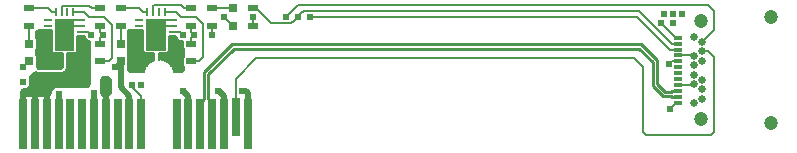
<source format=gtl>
G04 #@! TF.FileFunction,Copper,L1,Top,Signal*
%FSLAX46Y46*%
G04 Gerber Fmt 4.6, Leading zero omitted, Abs format (unit mm)*
G04 Created by KiCad (PCBNEW 4.0.7) date Thursday, January 18, 2018 'PMt' 01:39:02 PM*
%MOMM*%
%LPD*%
G01*
G04 APERTURE LIST*
%ADD10C,0.100000*%
%ADD11R,0.700000X0.250000*%
%ADD12R,0.250000X0.700000*%
%ADD13R,0.825000X1.325000*%
%ADD14R,0.797560X0.797560*%
%ADD15R,0.900000X0.500000*%
%ADD16C,1.204800*%
%ADD17R,0.700000X0.300000*%
%ADD18C,0.672800*%
%ADD19R,0.700000X4.300000*%
%ADD20R,0.700000X3.200000*%
%ADD21C,0.609600*%
%ADD22C,0.203200*%
%ADD23C,0.500000*%
%ADD24C,0.236000*%
%ADD25C,0.235000*%
G04 APERTURE END LIST*
D10*
D11*
X10600000Y12250000D03*
X10600000Y11750000D03*
X10600000Y11250000D03*
X10600000Y10750000D03*
X10600000Y10250000D03*
X10600000Y9750000D03*
D12*
X11250000Y9100000D03*
X11750000Y9100000D03*
X12250000Y9100000D03*
X12750000Y9100000D03*
D11*
X13400000Y9750000D03*
X13400000Y10250000D03*
X13400000Y10750000D03*
X13400000Y11250000D03*
X13400000Y11750000D03*
X13400000Y12250000D03*
D12*
X12750000Y12900000D03*
X12250000Y12900000D03*
X11750000Y12900000D03*
X11250000Y12900000D03*
D13*
X12412500Y10337500D03*
X12412500Y11662500D03*
X11587500Y10337500D03*
X11587500Y11662500D03*
D14*
X9000000Y8750700D03*
X9000000Y10249300D03*
X1250000Y8750700D03*
X1250000Y10249300D03*
X18500000Y11750700D03*
X18500000Y13249300D03*
D15*
X15000000Y8750000D03*
X15000000Y10250000D03*
X7250000Y8750000D03*
X7250000Y10250000D03*
X9000000Y11750000D03*
X9000000Y13250000D03*
X15000000Y13250000D03*
X15000000Y11750000D03*
X1250000Y11750000D03*
X1250000Y13250000D03*
X7250000Y13250000D03*
X7250000Y11750000D03*
X20250000Y13250000D03*
X20250000Y11750000D03*
X16750000Y13250000D03*
X16750000Y11750000D03*
D11*
X2850000Y12250000D03*
X2850000Y11750000D03*
X2850000Y11250000D03*
X2850000Y10750000D03*
X2850000Y10250000D03*
X2850000Y9750000D03*
D12*
X3500000Y9100000D03*
X4000000Y9100000D03*
X4500000Y9100000D03*
X5000000Y9100000D03*
D11*
X5650000Y9750000D03*
X5650000Y10250000D03*
X5650000Y10750000D03*
X5650000Y11250000D03*
X5650000Y11750000D03*
X5650000Y12250000D03*
D12*
X5000000Y12900000D03*
X4500000Y12900000D03*
X4000000Y12900000D03*
X3500000Y12900000D03*
D13*
X4662500Y10337500D03*
X4662500Y11662500D03*
X3837500Y10337500D03*
X3837500Y11662500D03*
D16*
X58140000Y3870000D03*
D17*
X56230000Y5250000D03*
X56230000Y5750000D03*
X56230000Y6250000D03*
X56230000Y6750000D03*
X56230000Y7250000D03*
X56230000Y7750000D03*
X56230000Y8250000D03*
X56230000Y10750000D03*
X56230000Y9750000D03*
X56230000Y9250000D03*
X56230000Y8750000D03*
X56230000Y10250000D03*
D16*
X58140000Y12130000D03*
X64090000Y12490000D03*
X64090000Y3510000D03*
D18*
X57550000Y10800000D03*
X58250000Y10400000D03*
X58250000Y9600000D03*
X58250000Y8800000D03*
X57550000Y9200000D03*
X57550000Y8400000D03*
X57550000Y7600000D03*
X57550000Y6800000D03*
X58250000Y7200000D03*
X58250000Y6400000D03*
X58250000Y5600000D03*
X57550000Y5200000D03*
D19*
X750000Y3450000D03*
X1750000Y3450000D03*
X2750000Y3450000D03*
X3750000Y3450000D03*
X4750000Y3450000D03*
X5750000Y3450000D03*
X6750000Y3450000D03*
X7750000Y3450000D03*
X8750000Y3450000D03*
X9750000Y3450000D03*
X10750000Y3450000D03*
X13750000Y3450000D03*
X14750000Y3450000D03*
X15750000Y3450000D03*
X16750000Y3450000D03*
X17750000Y3450000D03*
D20*
X18750000Y4000000D03*
D19*
X19750000Y3450000D03*
D21*
X54750000Y12000000D03*
X55500000Y4750000D03*
X19283410Y6250000D03*
X12500000Y10000000D03*
X11500000Y10000000D03*
X17250000Y6250000D03*
X14250000Y6250000D03*
X12500000Y12000000D03*
X11500000Y12000000D03*
X4750000Y12000000D03*
X3750000Y12000000D03*
X3750000Y10000000D03*
X4750000Y10000000D03*
X6750000Y6031802D03*
X3750000Y6000000D03*
X7500000Y11000000D03*
X16750000Y11000000D03*
X15250000Y11000000D03*
X17750000Y12500000D03*
X8500000Y8283410D03*
X750000Y8250000D03*
X750000Y7000000D03*
X25000000Y12500000D03*
X2750000Y7000000D03*
X1750000Y7000000D03*
X2750000Y6000000D03*
X1750000Y6000000D03*
X14000000Y10250000D03*
X14000000Y9500000D03*
X14000000Y8500000D03*
X13500000Y9000000D03*
X7750000Y7000000D03*
X7750000Y6031802D03*
X10750000Y6750000D03*
X23000000Y12500000D03*
X10000000Y6750000D03*
X20250000Y12500000D03*
X55750000Y12000000D03*
X55000000Y12750000D03*
X55750000Y12750000D03*
X56500000Y12750000D03*
X10000000Y8750000D03*
X10000000Y11000000D03*
X10000000Y10250000D03*
X10000000Y9500000D03*
X55462415Y8509890D03*
X2250000Y10250000D03*
X2250000Y9500000D03*
X2250000Y8500000D03*
X2750000Y9000000D03*
X24000000Y12500000D03*
X6500000Y11000000D03*
X14250000Y11000000D03*
D22*
X55500000Y11250000D02*
X54750000Y12000000D01*
X56230000Y5250000D02*
X56000000Y5250000D01*
X56000000Y5250000D02*
X55500000Y4750000D01*
X56230000Y10750000D02*
X56000000Y10750000D01*
X56000000Y10750000D02*
X55500000Y11250000D01*
D23*
X19600000Y6250000D02*
X19283410Y6250000D01*
X19750000Y6100000D02*
X19600000Y6250000D01*
X19750000Y3450000D02*
X19750000Y6100000D01*
D22*
X13400000Y12250000D02*
X12750000Y12250000D01*
X12750000Y12250000D02*
X12500000Y12000000D01*
X13400000Y11750000D02*
X12750000Y11750000D01*
X12750000Y11750000D02*
X12500000Y12000000D01*
X12412500Y10337500D02*
X12412500Y10087500D01*
X12412500Y10087500D02*
X12500000Y10000000D01*
X11587500Y10337500D02*
X11587500Y10087500D01*
X11587500Y10087500D02*
X11500000Y10000000D01*
D23*
X17750000Y3450000D02*
X17750000Y5803200D01*
X17750000Y5803200D02*
X17303200Y6250000D01*
X17303200Y6250000D02*
X17250000Y6250000D01*
X14750000Y3450000D02*
X14750000Y5803200D01*
X14750000Y5803200D02*
X14303200Y6250000D01*
X14303200Y6250000D02*
X14250000Y6250000D01*
D22*
X12412500Y11662500D02*
X12412500Y11912500D01*
X12412500Y11912500D02*
X12500000Y12000000D01*
X11587500Y11662500D02*
X11587500Y11912500D01*
X11587500Y11912500D02*
X11500000Y12000000D01*
X5650000Y12250000D02*
X5000000Y12250000D01*
X5000000Y12250000D02*
X4750000Y12000000D01*
X5650000Y11750000D02*
X4750000Y11750000D01*
X4750000Y11750000D02*
X4662500Y11662500D01*
X4750000Y12000000D02*
X4750000Y11750000D01*
X4750000Y10000000D02*
X4750000Y10250000D01*
X4750000Y10250000D02*
X4662500Y10337500D01*
X3750000Y10000000D02*
X3750000Y10250000D01*
X3750000Y10250000D02*
X3837500Y10337500D01*
X3750000Y12000000D02*
X3750000Y11750000D01*
X3750000Y11750000D02*
X3837500Y11662500D01*
D23*
X6750000Y3450000D02*
X6750000Y6031802D01*
X3750000Y3450000D02*
X3750000Y6000000D01*
D22*
X7250000Y10250000D02*
X7250000Y10750000D01*
X7250000Y10750000D02*
X7500000Y11000000D01*
X7250000Y11750000D02*
X7250000Y11250000D01*
X7250000Y11250000D02*
X7500000Y11000000D01*
X16750000Y11750000D02*
X16750000Y11000000D01*
X15000000Y10250000D02*
X15000000Y10750000D01*
X15000000Y10750000D02*
X15250000Y11000000D01*
X15000000Y11750000D02*
X15000000Y11250000D01*
X15000000Y11250000D02*
X15250000Y11000000D01*
X18500000Y11750700D02*
X18499300Y11750700D01*
X18499300Y11750700D02*
X17750000Y12500000D01*
D23*
X9000000Y6553200D02*
X9000000Y8750700D01*
D22*
X8804799Y8588209D02*
X8500000Y8283410D01*
X8967290Y8750700D02*
X8804799Y8588209D01*
X9000000Y8750700D02*
X8967290Y8750700D01*
X1250000Y8750700D02*
X1250000Y8750000D01*
X1250000Y8750000D02*
X750000Y8250000D01*
X9000000Y8750700D02*
X8750700Y8750700D01*
D23*
X9750000Y3450000D02*
X9750000Y5803200D01*
X9750000Y5803200D02*
X9000000Y6553200D01*
D22*
X9000000Y10249300D02*
X9000000Y11750000D01*
X1250000Y11750000D02*
X1250000Y10249300D01*
X16750000Y13250000D02*
X18499300Y13250000D01*
X18499300Y13250000D02*
X18500000Y13249300D01*
X28000000Y12500000D02*
X25000000Y12500000D01*
X47500000Y12500000D02*
X28000000Y12500000D01*
X52750000Y12500000D02*
X47500000Y12500000D01*
X55500000Y9750000D02*
X52750000Y12500000D01*
X56230000Y9750000D02*
X55500000Y9750000D01*
X5000000Y9100000D02*
X4500000Y9100000D01*
X2750000Y3450000D02*
X2750000Y6000000D01*
X1750000Y3450000D02*
X1750000Y6000000D01*
X750000Y5803200D02*
X946800Y6000000D01*
X946800Y6000000D02*
X1750000Y6000000D01*
X750000Y3450000D02*
X750000Y5803200D01*
X12250000Y9100000D02*
X12750000Y9100000D01*
X14000000Y9500000D02*
X14000000Y10250000D01*
X13500000Y9000000D02*
X14000000Y9500000D01*
X13500000Y9000000D02*
X14000000Y8500000D01*
X13400000Y9750000D02*
X13400000Y9100000D01*
X13400000Y9100000D02*
X13500000Y9000000D01*
X7750000Y6031802D02*
X7750000Y7000000D01*
D23*
X7750000Y3450000D02*
X7750000Y5803200D01*
X7750000Y5803200D02*
X7750000Y6031802D01*
D22*
X58250000Y10400000D02*
X59250000Y11400000D01*
X58750000Y13500000D02*
X24000000Y13500000D01*
X24000000Y13500000D02*
X23000000Y12500000D01*
X59250000Y11400000D02*
X59250000Y13000000D01*
X59250000Y13000000D02*
X58750000Y13500000D01*
X10053200Y6500000D02*
X10053200Y6696800D01*
X10053200Y6696800D02*
X10000000Y6750000D01*
X10750000Y3450000D02*
X10750000Y5803200D01*
X10750000Y5803200D02*
X10053200Y6500000D01*
X20250000Y11750000D02*
X20250000Y12500000D01*
D24*
X55636500Y6181500D02*
X55705000Y6250000D01*
X55075178Y6181500D02*
X55636500Y6181500D01*
X18424822Y10181500D02*
X53075178Y10181500D01*
X15750000Y3450000D02*
X15750000Y5250000D01*
X54431500Y8825178D02*
X54431500Y6825178D01*
X15750000Y5250000D02*
X16068500Y5568500D01*
X16068500Y5568500D02*
X16068500Y7825178D01*
X16068500Y7825178D02*
X18424822Y10181500D01*
X53075178Y10181500D02*
X54431500Y8825178D01*
X54431500Y6825178D02*
X55075178Y6181500D01*
X55705000Y6250000D02*
X56230000Y6250000D01*
D25*
X18575178Y9818500D02*
X19625178Y9818500D01*
D24*
X16750000Y3450000D02*
X16750000Y5250000D01*
X16750000Y5250000D02*
X16431500Y5568500D01*
X16431500Y5568500D02*
X16431500Y7674822D01*
X54068500Y8674822D02*
X54068500Y6674822D01*
X16431500Y7674822D02*
X18575178Y9818500D01*
X54924822Y5818500D02*
X55636500Y5818500D01*
X54068500Y6674822D02*
X54924822Y5818500D01*
X52924822Y9818500D02*
X54068500Y8674822D01*
X55705000Y5750000D02*
X56230000Y5750000D01*
X19625178Y9818500D02*
X52924822Y9818500D01*
X55636500Y5818500D02*
X55705000Y5750000D01*
D22*
X18750000Y4000000D02*
X18750000Y7250000D01*
X18750000Y7250000D02*
X20500000Y9000000D01*
X20500000Y9000000D02*
X52500000Y9000000D01*
X53500000Y2500000D02*
X59000000Y2500000D01*
X59000000Y2500000D02*
X59250000Y2750000D01*
X59250000Y2750000D02*
X59250000Y9094974D01*
X58744974Y9600000D02*
X58250000Y9600000D01*
X52500000Y9000000D02*
X53250000Y8250000D01*
X53250000Y8250000D02*
X53250000Y2750000D01*
X53250000Y2750000D02*
X53500000Y2500000D01*
X59250000Y9094974D02*
X58744974Y9600000D01*
X56230000Y9250000D02*
X57500000Y9250000D01*
X57500000Y9250000D02*
X57550000Y9200000D01*
X56230000Y6750000D02*
X57500000Y6750000D01*
X57500000Y6750000D02*
X57550000Y6800000D01*
X10600000Y9750000D02*
X10250000Y9750000D01*
X10250000Y9750000D02*
X10000000Y9500000D01*
X10000000Y9500000D02*
X10000000Y8750000D01*
X10000000Y10250000D02*
X10000000Y11000000D01*
X10000000Y9500000D02*
X10000000Y10250000D01*
X55702525Y8750000D02*
X55462415Y8509890D01*
X2250000Y9500000D02*
X2250000Y10250000D01*
X2750000Y9000000D02*
X2250000Y9500000D01*
X2750000Y9000000D02*
X2250000Y8500000D01*
X2850000Y9750000D02*
X2850000Y9100000D01*
X2850000Y9100000D02*
X2750000Y9000000D01*
X56230000Y8750000D02*
X55702525Y8750000D01*
X23695201Y12195201D02*
X24000000Y12500000D01*
X23466598Y11966598D02*
X23695201Y12195201D01*
X21733402Y11966598D02*
X23466598Y11966598D01*
X20250000Y13250000D02*
X20450000Y13250000D01*
X20450000Y13250000D02*
X21733402Y11966598D01*
X25256034Y13033402D02*
X24533402Y13033402D01*
X52926800Y13000000D02*
X25289436Y13000000D01*
X55676800Y10250000D02*
X52926800Y13000000D01*
X24304799Y12804799D02*
X24000000Y12500000D01*
X56230000Y10250000D02*
X55676800Y10250000D01*
X24533402Y13033402D02*
X24304799Y12804799D01*
X25289436Y13000000D02*
X25256034Y13033402D01*
X5650000Y11250000D02*
X6250000Y11250000D01*
X6250000Y11250000D02*
X6500000Y11000000D01*
X13400000Y11250000D02*
X14000000Y11250000D01*
X14000000Y11250000D02*
X14250000Y11000000D01*
X15407202Y12500000D02*
X14089890Y12500000D01*
X14089890Y12500000D02*
X13689890Y12900000D01*
X16000000Y9096800D02*
X16000000Y11907202D01*
X16000000Y11907202D02*
X15407202Y12500000D01*
X15000000Y8750000D02*
X15653200Y8750000D01*
X15653200Y8750000D02*
X16000000Y9096800D01*
X14800000Y8750000D02*
X15000000Y8750000D01*
X12750000Y12900000D02*
X13689890Y12900000D01*
X5000000Y12900000D02*
X5886482Y12900000D01*
X5886482Y12900000D02*
X6286482Y12500000D01*
X8250000Y9000000D02*
X8000000Y8750000D01*
X6286482Y12500000D02*
X7611482Y12500000D01*
X7611482Y12500000D02*
X8250000Y11861482D01*
X8250000Y11861482D02*
X8250000Y9000000D01*
X8000000Y8750000D02*
X7250000Y8750000D01*
X10571800Y13250000D02*
X9000000Y13250000D01*
X11250000Y12900000D02*
X10921800Y12900000D01*
X10921800Y12900000D02*
X10571800Y13250000D01*
X15000000Y13250000D02*
X14346800Y13250000D01*
X14346800Y13250000D02*
X14092799Y13504001D01*
X14092799Y13504001D02*
X11800801Y13504001D01*
X11800801Y13504001D02*
X11750000Y13453200D01*
X11750000Y13453200D02*
X11750000Y12900000D01*
X2821800Y13250000D02*
X1250000Y13250000D01*
X3500000Y12900000D02*
X3171800Y12900000D01*
X3171800Y12900000D02*
X2821800Y13250000D01*
X7250000Y13250000D02*
X6596800Y13250000D01*
X6596800Y13250000D02*
X6368199Y13478601D01*
X6368199Y13478601D02*
X4025401Y13478601D01*
X4025401Y13478601D02*
X4000000Y13453200D01*
X4000000Y13453200D02*
X4000000Y12900000D01*
G36*
X5960248Y10845229D02*
X6000589Y10743338D01*
X6059953Y10651223D01*
X6136078Y10572393D01*
X6226065Y10509851D01*
X6326486Y10465978D01*
X6398400Y10450167D01*
X6398400Y6792084D01*
X6207916Y6601600D01*
X3500000Y6601600D01*
X3471695Y6597578D01*
X3445631Y6585829D01*
X3428158Y6571842D01*
X3178158Y6321842D01*
X3160988Y6298983D01*
X3150865Y6272245D01*
X3148400Y6250000D01*
X3148400Y6042084D01*
X2928158Y5821842D01*
X2910988Y5798983D01*
X2900865Y5772245D01*
X2898400Y5750000D01*
X2898400Y5351600D01*
X2601600Y5351600D01*
X2601600Y5750000D01*
X2597578Y5778305D01*
X2585829Y5804369D01*
X2567284Y5826128D01*
X2543411Y5841859D01*
X2516102Y5850316D01*
X2500000Y5851600D01*
X2000000Y5851600D01*
X1971695Y5847578D01*
X1945631Y5835829D01*
X1923872Y5817284D01*
X1908141Y5793411D01*
X1899684Y5766102D01*
X1898400Y5750000D01*
X1898400Y5351600D01*
X1601600Y5351600D01*
X1601600Y5750000D01*
X1597578Y5778305D01*
X1585829Y5804369D01*
X1567284Y5826128D01*
X1543411Y5841859D01*
X1516102Y5850316D01*
X1500000Y5851600D01*
X1000000Y5851600D01*
X971695Y5847578D01*
X945631Y5835829D01*
X923872Y5817284D01*
X908141Y5793411D01*
X899684Y5766102D01*
X898400Y5750000D01*
X898400Y5351600D01*
X601600Y5351600D01*
X601600Y6207916D01*
X792084Y6398400D01*
X1000000Y6398400D01*
X1028305Y6402422D01*
X1054369Y6414171D01*
X1071842Y6428158D01*
X1321842Y6678158D01*
X1339012Y6701017D01*
X1349135Y6727755D01*
X1351600Y6750000D01*
X1351600Y7457916D01*
X1767237Y7873553D01*
X1820395Y7820395D01*
X1901180Y7766012D01*
X2000000Y7746000D01*
X4000000Y7746000D01*
X4095578Y7764669D01*
X4179605Y7820395D01*
X4258870Y7899660D01*
X4278305Y7902422D01*
X4304369Y7914171D01*
X4326128Y7932716D01*
X4341859Y7956589D01*
X4350316Y7983898D01*
X4350941Y7991731D01*
X4429605Y8070395D01*
X4483988Y8151180D01*
X4504000Y8250000D01*
X4504000Y9419772D01*
X5075000Y9419772D01*
X5115448Y9422998D01*
X5184053Y9444243D01*
X5244023Y9483761D01*
X5290609Y9538421D01*
X5320123Y9603895D01*
X5330228Y9675000D01*
X5330228Y10869772D01*
X5955743Y10869772D01*
X5960248Y10845229D01*
X5960248Y10845229D01*
G37*
X5960248Y10845229D02*
X6000589Y10743338D01*
X6059953Y10651223D01*
X6136078Y10572393D01*
X6226065Y10509851D01*
X6326486Y10465978D01*
X6398400Y10450167D01*
X6398400Y6792084D01*
X6207916Y6601600D01*
X3500000Y6601600D01*
X3471695Y6597578D01*
X3445631Y6585829D01*
X3428158Y6571842D01*
X3178158Y6321842D01*
X3160988Y6298983D01*
X3150865Y6272245D01*
X3148400Y6250000D01*
X3148400Y6042084D01*
X2928158Y5821842D01*
X2910988Y5798983D01*
X2900865Y5772245D01*
X2898400Y5750000D01*
X2898400Y5351600D01*
X2601600Y5351600D01*
X2601600Y5750000D01*
X2597578Y5778305D01*
X2585829Y5804369D01*
X2567284Y5826128D01*
X2543411Y5841859D01*
X2516102Y5850316D01*
X2500000Y5851600D01*
X2000000Y5851600D01*
X1971695Y5847578D01*
X1945631Y5835829D01*
X1923872Y5817284D01*
X1908141Y5793411D01*
X1899684Y5766102D01*
X1898400Y5750000D01*
X1898400Y5351600D01*
X1601600Y5351600D01*
X1601600Y5750000D01*
X1597578Y5778305D01*
X1585829Y5804369D01*
X1567284Y5826128D01*
X1543411Y5841859D01*
X1516102Y5850316D01*
X1500000Y5851600D01*
X1000000Y5851600D01*
X971695Y5847578D01*
X945631Y5835829D01*
X923872Y5817284D01*
X908141Y5793411D01*
X899684Y5766102D01*
X898400Y5750000D01*
X898400Y5351600D01*
X601600Y5351600D01*
X601600Y6207916D01*
X792084Y6398400D01*
X1000000Y6398400D01*
X1028305Y6402422D01*
X1054369Y6414171D01*
X1071842Y6428158D01*
X1321842Y6678158D01*
X1339012Y6701017D01*
X1349135Y6727755D01*
X1351600Y6750000D01*
X1351600Y7457916D01*
X1767237Y7873553D01*
X1820395Y7820395D01*
X1901180Y7766012D01*
X2000000Y7746000D01*
X4000000Y7746000D01*
X4095578Y7764669D01*
X4179605Y7820395D01*
X4258870Y7899660D01*
X4278305Y7902422D01*
X4304369Y7914171D01*
X4326128Y7932716D01*
X4341859Y7956589D01*
X4350316Y7983898D01*
X4350941Y7991731D01*
X4429605Y8070395D01*
X4483988Y8151180D01*
X4504000Y8250000D01*
X4504000Y9419772D01*
X5075000Y9419772D01*
X5115448Y9422998D01*
X5184053Y9444243D01*
X5244023Y9483761D01*
X5290609Y9538421D01*
X5320123Y9603895D01*
X5330228Y9675000D01*
X5330228Y10869772D01*
X5955743Y10869772D01*
X5960248Y10845229D01*
G36*
X2428895Y11379877D02*
X2500000Y11369772D01*
X3169772Y11369772D01*
X3169772Y9675000D01*
X3172998Y9634552D01*
X3194243Y9565947D01*
X3233761Y9505977D01*
X3288421Y9459391D01*
X3353895Y9429877D01*
X3425000Y9419772D01*
X4119772Y9419772D01*
X4119772Y8750000D01*
X4122998Y8709552D01*
X4144243Y8640947D01*
X4148400Y8634639D01*
X4148400Y8292084D01*
X3957916Y8101600D01*
X2042084Y8101600D01*
X1884260Y8259424D01*
X1893903Y8280815D01*
X1904008Y8351920D01*
X1904008Y9149480D01*
X1900782Y9189928D01*
X1879537Y9258533D01*
X1851600Y9300928D01*
X1851600Y9698935D01*
X1864389Y9713941D01*
X1893903Y9779415D01*
X1904008Y9850520D01*
X1904008Y10648080D01*
X1900782Y10688528D01*
X1879537Y10757133D01*
X1851600Y10799528D01*
X1851600Y11207916D01*
X2042084Y11398400D01*
X2387803Y11398400D01*
X2428895Y11379877D01*
X2428895Y11379877D01*
G37*
X2428895Y11379877D02*
X2500000Y11369772D01*
X3169772Y11369772D01*
X3169772Y9675000D01*
X3172998Y9634552D01*
X3194243Y9565947D01*
X3233761Y9505977D01*
X3288421Y9459391D01*
X3353895Y9429877D01*
X3425000Y9419772D01*
X4119772Y9419772D01*
X4119772Y8750000D01*
X4122998Y8709552D01*
X4144243Y8640947D01*
X4148400Y8634639D01*
X4148400Y8292084D01*
X3957916Y8101600D01*
X2042084Y8101600D01*
X1884260Y8259424D01*
X1893903Y8280815D01*
X1904008Y8351920D01*
X1904008Y9149480D01*
X1900782Y9189928D01*
X1879537Y9258533D01*
X1851600Y9300928D01*
X1851600Y9698935D01*
X1864389Y9713941D01*
X1893903Y9779415D01*
X1904008Y9850520D01*
X1904008Y10648080D01*
X1900782Y10688528D01*
X1879537Y10757133D01*
X1851600Y10799528D01*
X1851600Y11207916D01*
X2042084Y11398400D01*
X2387803Y11398400D01*
X2428895Y11379877D01*
G36*
X13710248Y10845229D02*
X13750589Y10743338D01*
X13809953Y10651223D01*
X13886078Y10572393D01*
X13976065Y10509851D01*
X14076486Y10465978D01*
X14183516Y10442446D01*
X14293078Y10440151D01*
X14294772Y10440450D01*
X14294772Y10000000D01*
X14297998Y9959552D01*
X14319243Y9890947D01*
X14358761Y9830977D01*
X14398400Y9797193D01*
X14398400Y9202720D01*
X14380977Y9191239D01*
X14334391Y9136579D01*
X14304877Y9071105D01*
X14294772Y9000000D01*
X14294772Y8500000D01*
X14297998Y8459552D01*
X14319243Y8390947D01*
X14358761Y8330977D01*
X14398400Y8297193D01*
X14398400Y8042084D01*
X14207916Y7851600D01*
X13515597Y7851600D01*
X13513502Y7870280D01*
X13504375Y7913216D01*
X13495861Y7956220D01*
X13493862Y7962676D01*
X13446652Y8111501D01*
X13429372Y8151817D01*
X13412655Y8192377D01*
X13409441Y8198322D01*
X13334224Y8335142D01*
X13309450Y8371324D01*
X13285164Y8407877D01*
X13280856Y8413084D01*
X13180496Y8532688D01*
X13149148Y8563387D01*
X13118244Y8594507D01*
X13113007Y8598778D01*
X12991327Y8696611D01*
X12954602Y8720643D01*
X12918253Y8745161D01*
X12912286Y8748334D01*
X12773920Y8820670D01*
X12733219Y8837114D01*
X12692810Y8854101D01*
X12686340Y8856055D01*
X12536559Y8900138D01*
X12493461Y8908359D01*
X12450498Y8917179D01*
X12443774Y8917838D01*
X12443772Y8917838D01*
X12288282Y8931989D01*
X12254000Y8931749D01*
X12254000Y9419772D01*
X12825000Y9419772D01*
X12865448Y9422998D01*
X12934053Y9444243D01*
X12994023Y9483761D01*
X13040609Y9538421D01*
X13070123Y9603895D01*
X13080228Y9675000D01*
X13080228Y10869772D01*
X13705743Y10869772D01*
X13710248Y10845229D01*
X13710248Y10845229D01*
G37*
X13710248Y10845229D02*
X13750589Y10743338D01*
X13809953Y10651223D01*
X13886078Y10572393D01*
X13976065Y10509851D01*
X14076486Y10465978D01*
X14183516Y10442446D01*
X14293078Y10440151D01*
X14294772Y10440450D01*
X14294772Y10000000D01*
X14297998Y9959552D01*
X14319243Y9890947D01*
X14358761Y9830977D01*
X14398400Y9797193D01*
X14398400Y9202720D01*
X14380977Y9191239D01*
X14334391Y9136579D01*
X14304877Y9071105D01*
X14294772Y9000000D01*
X14294772Y8500000D01*
X14297998Y8459552D01*
X14319243Y8390947D01*
X14358761Y8330977D01*
X14398400Y8297193D01*
X14398400Y8042084D01*
X14207916Y7851600D01*
X13515597Y7851600D01*
X13513502Y7870280D01*
X13504375Y7913216D01*
X13495861Y7956220D01*
X13493862Y7962676D01*
X13446652Y8111501D01*
X13429372Y8151817D01*
X13412655Y8192377D01*
X13409441Y8198322D01*
X13334224Y8335142D01*
X13309450Y8371324D01*
X13285164Y8407877D01*
X13280856Y8413084D01*
X13180496Y8532688D01*
X13149148Y8563387D01*
X13118244Y8594507D01*
X13113007Y8598778D01*
X12991327Y8696611D01*
X12954602Y8720643D01*
X12918253Y8745161D01*
X12912286Y8748334D01*
X12773920Y8820670D01*
X12733219Y8837114D01*
X12692810Y8854101D01*
X12686340Y8856055D01*
X12536559Y8900138D01*
X12493461Y8908359D01*
X12450498Y8917179D01*
X12443774Y8917838D01*
X12443772Y8917838D01*
X12288282Y8931989D01*
X12254000Y8931749D01*
X12254000Y9419772D01*
X12825000Y9419772D01*
X12865448Y9422998D01*
X12934053Y9444243D01*
X12994023Y9483761D01*
X13040609Y9538421D01*
X13070123Y9603895D01*
X13080228Y9675000D01*
X13080228Y10869772D01*
X13705743Y10869772D01*
X13710248Y10845229D01*
G36*
X8148400Y7207916D02*
X8148400Y6042084D01*
X7957916Y5851600D01*
X7542084Y5851600D01*
X7351600Y6042084D01*
X7351600Y7207916D01*
X7542084Y7398400D01*
X7957916Y7398400D01*
X8148400Y7207916D01*
X8148400Y7207916D01*
G37*
X8148400Y7207916D02*
X8148400Y6042084D01*
X7957916Y5851600D01*
X7542084Y5851600D01*
X7351600Y6042084D01*
X7351600Y7207916D01*
X7542084Y7398400D01*
X7957916Y7398400D01*
X8148400Y7207916D01*
G36*
X10178895Y11379877D02*
X10250000Y11369772D01*
X10919772Y11369772D01*
X10919772Y9675000D01*
X10922998Y9634552D01*
X10944243Y9565947D01*
X10983761Y9505977D01*
X11038421Y9459391D01*
X11103895Y9429877D01*
X11175000Y9419772D01*
X11869772Y9419772D01*
X11869772Y8872414D01*
X11796867Y8849846D01*
X11756419Y8832844D01*
X11715752Y8816413D01*
X11709792Y8813244D01*
X11709788Y8813242D01*
X11709785Y8813240D01*
X11572443Y8738979D01*
X11536072Y8714447D01*
X11499370Y8690430D01*
X11494133Y8686159D01*
X11373830Y8586636D01*
X11342909Y8555498D01*
X11311577Y8524816D01*
X11307269Y8519608D01*
X11208589Y8398615D01*
X11184310Y8362071D01*
X11159531Y8325883D01*
X11156317Y8319938D01*
X11083017Y8182081D01*
X11066321Y8141574D01*
X11049018Y8101203D01*
X11047020Y8094747D01*
X11001893Y7945277D01*
X10993376Y7902263D01*
X10984252Y7859339D01*
X10983546Y7852617D01*
X10983446Y7851600D01*
X9792084Y7851600D01*
X9601600Y8042084D01*
X9601600Y8200335D01*
X9614389Y8215341D01*
X9643903Y8280815D01*
X9654008Y8351920D01*
X9654008Y9149480D01*
X9650782Y9189928D01*
X9629537Y9258533D01*
X9601600Y9300928D01*
X9601600Y9698935D01*
X9614389Y9713941D01*
X9643903Y9779415D01*
X9654008Y9850520D01*
X9654008Y10648080D01*
X9650782Y10688528D01*
X9629537Y10757133D01*
X9601600Y10799528D01*
X9601600Y11297280D01*
X9619023Y11308761D01*
X9665609Y11363421D01*
X9681377Y11398400D01*
X10137803Y11398400D01*
X10178895Y11379877D01*
X10178895Y11379877D01*
G37*
X10178895Y11379877D02*
X10250000Y11369772D01*
X10919772Y11369772D01*
X10919772Y9675000D01*
X10922998Y9634552D01*
X10944243Y9565947D01*
X10983761Y9505977D01*
X11038421Y9459391D01*
X11103895Y9429877D01*
X11175000Y9419772D01*
X11869772Y9419772D01*
X11869772Y8872414D01*
X11796867Y8849846D01*
X11756419Y8832844D01*
X11715752Y8816413D01*
X11709792Y8813244D01*
X11709788Y8813242D01*
X11709785Y8813240D01*
X11572443Y8738979D01*
X11536072Y8714447D01*
X11499370Y8690430D01*
X11494133Y8686159D01*
X11373830Y8586636D01*
X11342909Y8555498D01*
X11311577Y8524816D01*
X11307269Y8519608D01*
X11208589Y8398615D01*
X11184310Y8362071D01*
X11159531Y8325883D01*
X11156317Y8319938D01*
X11083017Y8182081D01*
X11066321Y8141574D01*
X11049018Y8101203D01*
X11047020Y8094747D01*
X11001893Y7945277D01*
X10993376Y7902263D01*
X10984252Y7859339D01*
X10983546Y7852617D01*
X10983446Y7851600D01*
X9792084Y7851600D01*
X9601600Y8042084D01*
X9601600Y8200335D01*
X9614389Y8215341D01*
X9643903Y8280815D01*
X9654008Y8351920D01*
X9654008Y9149480D01*
X9650782Y9189928D01*
X9629537Y9258533D01*
X9601600Y9300928D01*
X9601600Y9698935D01*
X9614389Y9713941D01*
X9643903Y9779415D01*
X9654008Y9850520D01*
X9654008Y10648080D01*
X9650782Y10688528D01*
X9629537Y10757133D01*
X9601600Y10799528D01*
X9601600Y11297280D01*
X9619023Y11308761D01*
X9665609Y11363421D01*
X9681377Y11398400D01*
X10137803Y11398400D01*
X10178895Y11379877D01*
M02*

</source>
